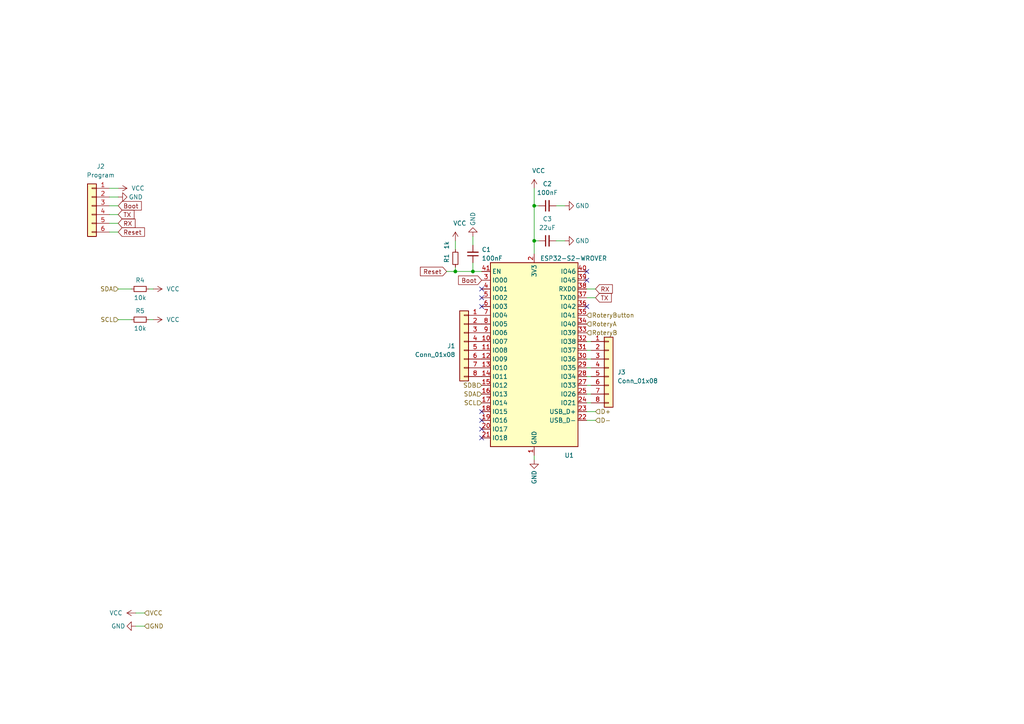
<source format=kicad_sch>
(kicad_sch (version 20210621) (generator eeschema)
  (paper "A4")
  (lib_symbols
    (symbol "Connector_Generic:Conn_01x06" (pin_names (offset 1.016) hide)
      (property "Reference" "J" (at 0 7.62 0))
      (property "Value" "Conn_01x06" (at 0 -10.16 0))
      (symbol "Conn_01x06_1_1"
        (rectangle (start -1.27 -7.493) (end 0 -7.747) (stroke (width 0.1524)))
        (rectangle (start -1.27 -4.953) (end 0 -5.207) (stroke (width 0.1524)))
        (rectangle (start -1.27 -2.413) (end 0 -2.667) (stroke (width 0.1524)))
        (rectangle (start -1.27 0.127) (end 0 -0.127) (stroke (width 0.1524)))
        (rectangle (start -1.27 2.667) (end 0 2.413) (stroke (width 0.1524)))
        (rectangle (start -1.27 5.207) (end 0 4.953) (stroke (width 0.1524)))
        (rectangle (start -1.27 6.35) (end 1.27 -8.89) (stroke (width 0.254)) (fill (type background)))
        (pin passive line (at -5.08 5.08 0) (length 3.81) (name "Pin_1") (number "1"))
        (pin passive line (at -5.08 2.54 0) (length 3.81) (name "Pin_2") (number "2"))
        (pin passive line (at -5.08 0 0) (length 3.81) (name "Pin_3") (number "3"))
        (pin passive line (at -5.08 -2.54 0) (length 3.81) (name "Pin_4") (number "4"))
        (pin passive line (at -5.08 -5.08 0) (length 3.81) (name "Pin_5") (number "5"))
        (pin passive line (at -5.08 -7.62 0) (length 3.81) (name "Pin_6") (number "6"))
      )
    )
    (symbol "Connector_Generic:Conn_01x08" (pin_names (offset 1.016) hide)
      (property "Reference" "J" (at 0 10.16 0))
      (property "Value" "Conn_01x08" (at 0 -12.7 0))
      (symbol "Conn_01x08_1_1"
        (rectangle (start -1.27 -10.033) (end 0 -10.287) (stroke (width 0.1524)))
        (rectangle (start -1.27 -7.493) (end 0 -7.747) (stroke (width 0.1524)))
        (rectangle (start -1.27 -4.953) (end 0 -5.207) (stroke (width 0.1524)))
        (rectangle (start -1.27 -2.413) (end 0 -2.667) (stroke (width 0.1524)))
        (rectangle (start -1.27 0.127) (end 0 -0.127) (stroke (width 0.1524)))
        (rectangle (start -1.27 2.667) (end 0 2.413) (stroke (width 0.1524)))
        (rectangle (start -1.27 5.207) (end 0 4.953) (stroke (width 0.1524)))
        (rectangle (start -1.27 7.747) (end 0 7.493) (stroke (width 0.1524)))
        (rectangle (start -1.27 8.89) (end 1.27 -11.43) (stroke (width 0.254)) (fill (type background)))
        (pin passive line (at -5.08 7.62 0) (length 3.81) (name "Pin_1") (number "1"))
        (pin passive line (at -5.08 5.08 0) (length 3.81) (name "Pin_2") (number "2"))
        (pin passive line (at -5.08 2.54 0) (length 3.81) (name "Pin_3") (number "3"))
        (pin passive line (at -5.08 0 0) (length 3.81) (name "Pin_4") (number "4"))
        (pin passive line (at -5.08 -2.54 0) (length 3.81) (name "Pin_5") (number "5"))
        (pin passive line (at -5.08 -5.08 0) (length 3.81) (name "Pin_6") (number "6"))
        (pin passive line (at -5.08 -7.62 0) (length 3.81) (name "Pin_7") (number "7"))
        (pin passive line (at -5.08 -10.16 0) (length 3.81) (name "Pin_8") (number "8"))
      )
    )
    (symbol "Device:C_Small" (pin_numbers hide) (pin_names (offset 0.254) hide)
      (property "Reference" "C" (at 0.254 1.778 0))
      (property "Value" "C_Small" (at 0.254 -2.032 0))
      (symbol "C_Small_0_1"
        (polyline (pts (xy -1.524 -0.508) (xy 1.524 -0.508)) (stroke (width 0.3302)))
        (polyline (pts (xy -1.524 0.508) (xy 1.524 0.508)) (stroke (width 0.3048)))
      )
      (symbol "C_Small_1_1"
        (pin passive line (at 0 2.54 270) (length 2.032) (name "~") (number "1"))
        (pin passive line (at 0 -2.54 90) (length 2.032) (name "~") (number "2"))
      )
    )
    (symbol "Device:R_Small" (pin_numbers hide) (pin_names (offset 0.254) hide)
      (property "Reference" "R" (at 0.762 0.508 0))
      (property "Value" "R_Small" (at 0.762 -1.016 0))
      (symbol "R_Small_0_1"
        (rectangle (start -0.762 1.778) (end 0.762 -1.778) (stroke (width 0.2032)))
      )
      (symbol "R_Small_1_1"
        (pin passive line (at 0 2.54 270) (length 0.762) (name "~") (number "1"))
        (pin passive line (at 0 -2.54 90) (length 0.762) (name "~") (number "2"))
      )
    )
    (symbol "RF_Module:ESP32-S2-WROVER"
      (property "Reference" "U" (at -12.7 29.21 0))
      (property "Value" "ESP32-S2-WROVER" (at 2.54 29.21 0))
      (symbol "ESP32-S2-WROVER_0_1"
        (rectangle (start -12.7 27.94) (end 12.7 -25.4) (stroke (width 0.254)) (fill (type background)))
      )
      (symbol "ESP32-S2-WROVER_1_1"
        (pin power_in line (at 0 -27.94 90) (length 2.54) (name "GND") (number "1"))
        (pin bidirectional line (at -15.24 5.08 0) (length 2.54) (name "IO07") (number "10"))
        (pin bidirectional line (at -15.24 2.54 0) (length 2.54) (name "IO08") (number "11"))
        (pin bidirectional line (at -15.24 0 0) (length 2.54) (name "IO09") (number "12"))
        (pin bidirectional line (at -15.24 -2.54 0) (length 2.54) (name "IO10") (number "13"))
        (pin bidirectional line (at -15.24 -5.08 0) (length 2.54) (name "IO11") (number "14"))
        (pin bidirectional line (at -15.24 -7.62 0) (length 2.54) (name "IO12") (number "15"))
        (pin bidirectional line (at -15.24 -10.16 0) (length 2.54) (name "IO13") (number "16"))
        (pin bidirectional line (at -15.24 -12.7 0) (length 2.54) (name "IO14") (number "17"))
        (pin bidirectional line (at -15.24 -15.24 0) (length 2.54) (name "IO15") (number "18"))
        (pin bidirectional line (at -15.24 -17.78 0) (length 2.54) (name "IO16") (number "19"))
        (pin power_in line (at 0 30.48 270) (length 2.54) (name "3V3") (number "2"))
        (pin bidirectional line (at -15.24 -20.32 0) (length 2.54) (name "IO17") (number "20"))
        (pin bidirectional line (at -15.24 -22.86 0) (length 2.54) (name "IO18") (number "21"))
        (pin bidirectional line (at 15.24 -17.78 180) (length 2.54) (name "USB_D-") (number "22"))
        (pin bidirectional line (at 15.24 -15.24 180) (length 2.54) (name "USB_D+") (number "23"))
        (pin bidirectional line (at 15.24 -12.7 180) (length 2.54) (name "IO21") (number "24"))
        (pin bidirectional line (at 15.24 -10.16 180) (length 2.54) (name "IO26") (number "25"))
        (pin passive line (at 0 -27.94 90) (length 2.54) hide (name "GND") (number "26"))
        (pin bidirectional line (at 15.24 -7.62 180) (length 2.54) (name "IO33") (number "27"))
        (pin bidirectional line (at 15.24 -5.08 180) (length 2.54) (name "IO34") (number "28"))
        (pin bidirectional line (at 15.24 -2.54 180) (length 2.54) (name "IO35") (number "29"))
        (pin bidirectional line (at -15.24 22.86 0) (length 2.54) (name "IO00") (number "3"))
        (pin bidirectional line (at 15.24 0 180) (length 2.54) (name "IO36") (number "30"))
        (pin bidirectional line (at 15.24 2.54 180) (length 2.54) (name "IO37") (number "31"))
        (pin bidirectional line (at 15.24 5.08 180) (length 2.54) (name "IO38") (number "32"))
        (pin bidirectional line (at 15.24 7.62 180) (length 2.54) (name "IO39") (number "33"))
        (pin bidirectional line (at 15.24 10.16 180) (length 2.54) (name "IO40") (number "34"))
        (pin bidirectional line (at 15.24 12.7 180) (length 2.54) (name "IO41") (number "35"))
        (pin bidirectional line (at 15.24 15.24 180) (length 2.54) (name "IO42") (number "36"))
        (pin bidirectional line (at 15.24 17.78 180) (length 2.54) (name "TXD0") (number "37"))
        (pin bidirectional line (at 15.24 20.32 180) (length 2.54) (name "RXD0") (number "38"))
        (pin bidirectional line (at 15.24 22.86 180) (length 2.54) (name "IO45") (number "39"))
        (pin bidirectional line (at -15.24 20.32 0) (length 2.54) (name "IO01") (number "4"))
        (pin input line (at 15.24 25.4 180) (length 2.54) (name "IO46") (number "40"))
        (pin input line (at -15.24 25.4 0) (length 2.54) (name "EN") (number "41"))
        (pin passive line (at 0 -27.94 90) (length 2.54) hide (name "GND") (number "42"))
        (pin passive line (at 0 -27.94 90) (length 2.54) hide (name "GND") (number "43"))
        (pin bidirectional line (at -15.24 17.78 0) (length 2.54) (name "IO02") (number "5"))
        (pin bidirectional line (at -15.24 15.24 0) (length 2.54) (name "IO03") (number "6"))
        (pin bidirectional line (at -15.24 12.7 0) (length 2.54) (name "IO04") (number "7"))
        (pin bidirectional line (at -15.24 10.16 0) (length 2.54) (name "IO05") (number "8"))
        (pin bidirectional line (at -15.24 7.62 0) (length 2.54) (name "IO06") (number "9"))
      )
    )
    (symbol "power:GND" (power) (pin_names (offset 0))
      (property "Value" "GND" (at 0 -3.81 0))
      (symbol "GND_0_1"
        (polyline (pts (xy 0 0) (xy 0 -1.27) (xy 1.27 -1.27) (xy 0 -2.54) (xy -1.27 -1.27) (xy 0 -1.27)))
      )
      (symbol "GND_1_1"
        (pin power_in line (at 0 0 270) (length 0) hide (name "GND") (number "1"))
      )
    )
    (symbol "power:VCC" (power) (pin_names (offset 0))
      (property "Value" "VCC" (at 0 3.81 0))
      (symbol "VCC_0_1"
        (polyline (pts (xy -0.762 1.27) (xy 0 2.54)))
        (polyline (pts (xy 0 0) (xy 0 2.54)))
        (polyline (pts (xy 0 2.54) (xy 0.762 1.27)))
      )
      (symbol "VCC_1_1"
        (pin power_in line (at 0 0 90) (length 0) hide (name "VCC") (number "1"))
      )
    )
  )
  (junction (at 132.08 78.74) (diameter 0.9144))
  (junction (at 137.16 78.74) (diameter 0.9144))
  (junction (at 154.94 59.69) (diameter 0.9144))
  (junction (at 154.94 69.85) (diameter 0.9144))
  (no_connect (at 139.7 83.82))
  (no_connect (at 139.7 86.36))
  (no_connect (at 139.7 88.9))
  (no_connect (at 139.7 119.38))
  (no_connect (at 139.7 121.92))
  (no_connect (at 139.7 124.46))
  (no_connect (at 139.7 127))
  (no_connect (at 170.18 78.74))
  (no_connect (at 170.18 81.28))
  (no_connect (at 170.18 88.9))
  (wire (pts (xy 31.75 54.61) (xy 34.29 54.61)))
  (wire (pts (xy 31.75 57.15) (xy 34.29 57.15)))
  (wire (pts (xy 31.75 59.69) (xy 34.29 59.69)))
  (wire (pts (xy 31.75 62.23) (xy 34.29 62.23)))
  (wire (pts (xy 31.75 64.77) (xy 34.29 64.77)))
  (wire (pts (xy 31.75 67.31) (xy 34.29 67.31)))
  (wire (pts (xy 34.29 83.82) (xy 38.1 83.82)))
  (wire (pts (xy 34.29 92.71) (xy 38.1 92.71)))
  (wire (pts (xy 39.37 177.8) (xy 41.91 177.8)))
  (wire (pts (xy 39.37 181.61) (xy 41.91 181.61)))
  (wire (pts (xy 43.18 83.82) (xy 44.45 83.82)))
  (wire (pts (xy 43.18 92.71) (xy 44.45 92.71)))
  (wire (pts (xy 129.54 78.74) (xy 132.08 78.74)))
  (wire (pts (xy 132.08 69.85) (xy 132.08 72.39)))
  (wire (pts (xy 132.08 77.47) (xy 132.08 78.74)))
  (wire (pts (xy 132.08 78.74) (xy 137.16 78.74)))
  (wire (pts (xy 137.16 68.58) (xy 137.16 71.12)))
  (wire (pts (xy 137.16 76.2) (xy 137.16 78.74)))
  (wire (pts (xy 137.16 78.74) (xy 139.7 78.74)))
  (wire (pts (xy 154.94 54.61) (xy 154.94 59.69)))
  (wire (pts (xy 154.94 59.69) (xy 154.94 69.85)))
  (wire (pts (xy 154.94 59.69) (xy 156.21 59.69)))
  (wire (pts (xy 154.94 69.85) (xy 154.94 73.66)))
  (wire (pts (xy 154.94 69.85) (xy 156.21 69.85)))
  (wire (pts (xy 154.94 132.08) (xy 154.94 133.35)))
  (wire (pts (xy 161.29 59.69) (xy 163.83 59.69)))
  (wire (pts (xy 161.29 69.85) (xy 163.83 69.85)))
  (wire (pts (xy 170.18 83.82) (xy 172.72 83.82)))
  (wire (pts (xy 170.18 86.36) (xy 172.72 86.36)))
  (wire (pts (xy 170.18 99.06) (xy 171.45 99.06)))
  (wire (pts (xy 170.18 101.6) (xy 171.45 101.6)))
  (wire (pts (xy 170.18 104.14) (xy 171.45 104.14)))
  (wire (pts (xy 170.18 106.68) (xy 171.45 106.68)))
  (wire (pts (xy 170.18 109.22) (xy 171.45 109.22)))
  (wire (pts (xy 170.18 111.76) (xy 171.45 111.76)))
  (wire (pts (xy 170.18 114.3) (xy 171.45 114.3)))
  (wire (pts (xy 170.18 116.84) (xy 171.45 116.84)))
  (wire (pts (xy 172.72 119.38) (xy 170.18 119.38)))
  (wire (pts (xy 172.72 121.92) (xy 170.18 121.92)))
  (global_label "Boot" (shape input) (at 34.29 59.69 0) (property "Intersheet References" "${INTERSHEET_REFS}" (effects hide)))
  (global_label "TX" (shape input) (at 34.29 62.23 0) (property "Intersheet References" "${INTERSHEET_REFS}" (effects hide)))
  (global_label "RX" (shape input) (at 34.29 64.77 0) (property "Intersheet References" "${INTERSHEET_REFS}" (effects hide)))
  (global_label "Reset" (shape input) (at 34.29 67.31 0) (property "Intersheet References" "${INTERSHEET_REFS}" (effects hide)))
  (global_label "Reset" (shape input) (at 129.54 78.74 180) (property "Intersheet References" "${INTERSHEET_REFS}" (effects hide)))
  (global_label "Boot" (shape input) (at 139.7 81.28 180) (property "Intersheet References" "${INTERSHEET_REFS}" (effects hide)))
  (global_label "RX" (shape input) (at 172.72 83.82 0) (property "Intersheet References" "${INTERSHEET_REFS}" (effects hide)))
  (global_label "TX" (shape input) (at 172.72 86.36 0) (property "Intersheet References" "${INTERSHEET_REFS}" (effects hide)))
  (hierarchical_label "SDA" (shape input) (at 34.29 83.82 180))
  (hierarchical_label "SCL" (shape input) (at 34.29 92.71 180))
  (hierarchical_label "VCC" (shape input) (at 41.91 177.8 0))
  (hierarchical_label "GND" (shape input) (at 41.91 181.61 0))
  (hierarchical_label "SDB" (shape input) (at 139.7 111.76 180))
  (hierarchical_label "SDA" (shape input) (at 139.7 114.3 180))
  (hierarchical_label "SCL" (shape input) (at 139.7 116.84 180))
  (hierarchical_label "RoteryButton" (shape input) (at 170.18 91.44 0))
  (hierarchical_label "RoteryA" (shape input) (at 170.18 93.98 0))
  (hierarchical_label "RoteryB" (shape input) (at 170.18 96.52 0))
  (hierarchical_label "D+" (shape input) (at 172.72 119.38 0))
  (hierarchical_label "D-" (shape input) (at 172.72 121.92 0))
  (symbol (lib_id "power:VCC") (at 34.29 54.61 270) (unit 1)
    (property "Reference" "#PWR01" (effects hide))
    (property "Value" "VCC" (at 38.1 54.61 90) (effects (justify left)))
  )
  (symbol (lib_id "power:VCC") (at 39.37 177.8 90) (unit 1)
    (property "Reference" "#PWR03" (effects hide))
    (property "Value" "VCC" (at 35.56 177.8 90) (effects (justify left)))
  )
  (symbol (lib_id "power:VCC") (at 44.45 83.82 270) (unit 1)
    (property "Reference" "#PWR06" (effects hide))
    (property "Value" "VCC" (at 48.26 83.82 90) (effects (justify left)))
  )
  (symbol (lib_id "power:VCC") (at 44.45 92.71 270) (unit 1)
    (property "Reference" "#PWR08" (effects hide))
    (property "Value" "VCC" (at 48.26 92.71 90) (effects (justify left)))
  )
  (symbol (lib_id "power:VCC") (at 132.08 69.85 0) (unit 1)
    (property "Reference" "#PWR05" (effects hide))
    (property "Value" "VCC" (at 133.35 64.77 0))
  )
  (symbol (lib_id "power:VCC") (at 154.94 54.61 0) (unit 1)
    (property "Reference" "#PWR07" (effects hide))
    (property "Value" "VCC" (at 156.21 49.53 0))
  )
  (symbol (lib_id "power:GND") (at 34.29 57.15 90) (unit 1)
    (property "Reference" "#PWR02" (effects hide))
    (property "Value" "GND" (at 39.37 57.15 90))
  )
  (symbol (lib_id "power:GND") (at 39.37 181.61 270) (unit 1)
    (property "Reference" "#PWR04" (effects hide))
    (property "Value" "GND" (at 34.29 181.61 90))
  )
  (symbol (lib_id "power:GND") (at 137.16 68.58 180) (unit 1)
    (property "Reference" "#PWR0105" (effects hide))
    (property "Value" "GND" (at 137.16 63.5 90))
  )
  (symbol (lib_id "power:GND") (at 154.94 133.35 0) (unit 1)
    (property "Reference" "#PWR0101" (effects hide))
    (property "Value" "GND" (at 154.94 138.43 90))
  )
  (symbol (lib_id "power:GND") (at 163.83 59.69 90) (unit 1)
    (property "Reference" "#PWR0104" (effects hide))
    (property "Value" "GND" (at 168.91 59.69 90))
  )
  (symbol (lib_id "power:GND") (at 163.83 69.85 90) (unit 1)
    (property "Reference" "#PWR0103" (effects hide))
    (property "Value" "GND" (at 168.91 69.85 90))
  )
  (symbol (lib_id "Device:R_Small") (at 40.64 83.82 270) (unit 1)
    (property "Reference" "R4" (at 40.64 81.28 90))
    (property "Value" "10k" (at 40.64 86.36 90))
    (property "Footprint" "Resistor_SMD:R_0805_2012Metric" (effects hide))
  )
  (symbol (lib_id "Device:R_Small") (at 40.64 92.71 270) (unit 1)
    (property "Reference" "R5" (at 40.64 90.17 90))
    (property "Value" "10k" (at 40.64 95.25 90))
    (property "Footprint" "Resistor_SMD:R_0805_2012Metric" (effects hide))
  )
  (symbol (lib_id "Device:R_Small") (at 132.08 74.93 180) (unit 1)
    (property "Reference" "R1" (at 129.54 74.93 90))
    (property "Value" "1k" (at 129.54 71.12 90))
    (property "Footprint" "Resistor_SMD:R_0805_2012Metric" (effects hide))
  )
  (symbol (lib_id "Device:C_Small") (at 137.16 73.66 180) (unit 1)
    (property "Reference" "C1" (at 139.7 72.39 0) (effects (justify right)))
    (property "Value" "100nF" (at 139.7 74.93 0) (effects (justify right)))
    (property "Footprint" "Capacitor_SMD:C_0805_2012Metric" (effects hide))
  )
  (symbol (lib_id "Device:C_Small") (at 158.75 59.69 90) (unit 1)
    (property "Reference" "C2" (at 158.75 53.34 90))
    (property "Value" "100nF" (at 158.75 55.88 90))
    (property "Footprint" "Capacitor_SMD:C_0805_2012Metric" (effects hide))
  )
  (symbol (lib_id "Device:C_Small") (at 158.75 69.85 90) (unit 1)
    (property "Reference" "C3" (at 158.75 63.5 90))
    (property "Value" "22uF" (at 158.75 66.04 90))
    (property "Footprint" "Capacitor_SMD:C_0805_2012Metric" (effects hide))
  )
  (symbol (lib_id "Connector_Generic:Conn_01x06") (at 26.67 59.69 0) (mirror y) (unit 1)
    (property "Reference" "J2" (at 29.21 48.26 0))
    (property "Value" "Program" (at 29.21 50.8 0))
    (property "Footprint" "Connector_PinHeader_2.54mm:PinHeader_1x06_P2.54mm_Vertical" (effects hide))
  )
  (symbol (lib_id "Connector_Generic:Conn_01x08") (at 134.62 99.06 0) (mirror y) (unit 1)
    (property "Reference" "J1" (at 132.08 100.33 0) (effects (justify left)))
    (property "Value" "Conn_01x08" (at 132.08 102.87 0) (effects (justify left)))
    (property "Footprint" "Connector_PinHeader_2.54mm:PinHeader_1x08_P2.54mm_Vertical_SMD_Pin1Left" (effects hide))
  )
  (symbol (lib_id "Connector_Generic:Conn_01x08") (at 176.53 106.68 0) (unit 1)
    (property "Reference" "J3" (at 179.07 107.95 0) (effects (justify left)))
    (property "Value" "Conn_01x08" (at 179.07 110.49 0) (effects (justify left)))
    (property "Footprint" "Connector_PinHeader_1.00mm:PinHeader_1x08_P1.00mm_Vertical_SMD_Pin1Left" (effects hide))
  )
  (symbol (lib_id "RF_Module:ESP32-S2-WROVER") (at 154.94 104.14 0) (unit 1)
    (property "Reference" "U1" (at 165.1 132.08 0))
    (property "Value" "ESP32-S2-WROVER" (at 166.37 74.93 0))
    (property "Footprint" "RF_Module:ESP32-S2-WROVER" (effects hide))
    (property "Datasheet" "https://www.espressif.com/sites/default/files/documentation/esp32-s2-wroom_esp32-s2-wroom-i_datasheet_en.pdf" (effects hide))
  )
)
</source>
